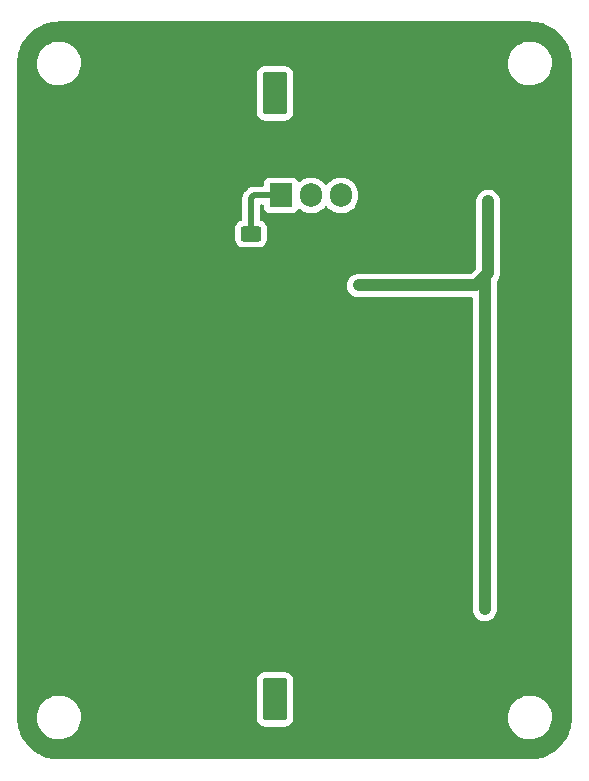
<source format=gbl>
%TF.GenerationSoftware,KiCad,Pcbnew,7.0.5*%
%TF.CreationDate,2024-02-24T22:07:36+07:00*%
%TF.ProjectId,CN13_Case,434e3133-5f43-4617-9365-2e6b69636164,rev?*%
%TF.SameCoordinates,Original*%
%TF.FileFunction,Copper,L2,Bot*%
%TF.FilePolarity,Positive*%
%FSLAX46Y46*%
G04 Gerber Fmt 4.6, Leading zero omitted, Abs format (unit mm)*
G04 Created by KiCad (PCBNEW 7.0.5) date 2024-02-24 22:07:36*
%MOMM*%
%LPD*%
G01*
G04 APERTURE LIST*
G04 Aperture macros list*
%AMRoundRect*
0 Rectangle with rounded corners*
0 $1 Rounding radius*
0 $2 $3 $4 $5 $6 $7 $8 $9 X,Y pos of 4 corners*
0 Add a 4 corners polygon primitive as box body*
4,1,4,$2,$3,$4,$5,$6,$7,$8,$9,$2,$3,0*
0 Add four circle primitives for the rounded corners*
1,1,$1+$1,$2,$3*
1,1,$1+$1,$4,$5*
1,1,$1+$1,$6,$7*
1,1,$1+$1,$8,$9*
0 Add four rect primitives between the rounded corners*
20,1,$1+$1,$2,$3,$4,$5,0*
20,1,$1+$1,$4,$5,$6,$7,0*
20,1,$1+$1,$6,$7,$8,$9,0*
20,1,$1+$1,$8,$9,$2,$3,0*%
G04 Aperture macros list end*
%TA.AperFunction,SMDPad,CuDef*%
%ADD10RoundRect,0.250000X-0.625000X0.400000X-0.625000X-0.400000X0.625000X-0.400000X0.625000X0.400000X0*%
%TD*%
%TA.AperFunction,ComponentPad*%
%ADD11O,1.905000X2.000000*%
%TD*%
%TA.AperFunction,ComponentPad*%
%ADD12R,1.905000X2.000000*%
%TD*%
%TA.AperFunction,ComponentPad*%
%ADD13O,2.100000X3.600000*%
%TD*%
%TA.AperFunction,ComponentPad*%
%ADD14RoundRect,0.250001X-0.799999X-1.549999X0.799999X-1.549999X0.799999X1.549999X-0.799999X1.549999X0*%
%TD*%
%TA.AperFunction,ViaPad*%
%ADD15C,0.800000*%
%TD*%
%TA.AperFunction,ViaPad*%
%ADD16C,0.700000*%
%TD*%
%TA.AperFunction,Conductor*%
%ADD17C,1.000000*%
%TD*%
%TA.AperFunction,Conductor*%
%ADD18C,0.500000*%
%TD*%
G04 APERTURE END LIST*
D10*
%TO.P,R1,1*%
%TO.N,Net-(Q1-G)*%
X117348000Y-106882000D03*
%TO.P,R1,2*%
%TO.N,GND*%
X117348000Y-109982000D03*
%TD*%
D11*
%TO.P,Q1,3,S*%
%TO.N,/S_+12V*%
X124968000Y-103632000D03*
%TO.P,Q1,2,D*%
%TO.N,+12V*%
X122428000Y-103632000D03*
D12*
%TO.P,Q1,1,G*%
%TO.N,Net-(Q1-G)*%
X119888000Y-103632000D03*
%TD*%
D13*
%TO.P,J2,2,Pin_2*%
%TO.N,GND*%
X127000000Y-146304000D03*
D14*
%TO.P,J2,1,Pin_1*%
%TO.N,+5V*%
X119380000Y-146304000D03*
%TD*%
%TO.P,J1,1,Pin_1*%
%TO.N,+12V*%
X119380000Y-94996000D03*
D13*
%TO.P,J1,2,Pin_2*%
%TO.N,GND*%
X127000000Y-94996000D03*
%TD*%
D15*
%TO.N,GND*%
X139446000Y-117602000D03*
X134620000Y-117602000D03*
X133350000Y-117602000D03*
X140208000Y-116586000D03*
X138684000Y-116586000D03*
X135128000Y-116586000D03*
X132588000Y-116586000D03*
X133858000Y-116586000D03*
X133096000Y-115570000D03*
X134620000Y-115570000D03*
X139446000Y-115570000D03*
X139954000Y-114554000D03*
X138684000Y-114554000D03*
X135128000Y-114554000D03*
X133858000Y-114554000D03*
X132588000Y-114554000D03*
D16*
X126492000Y-117856000D03*
D15*
X112268000Y-150368000D03*
X111506000Y-138684000D03*
X125476000Y-138684000D03*
X106426000Y-112522000D03*
%TO.N,Net-(U1-OUT)*%
X137160000Y-138684000D03*
X137414000Y-104140000D03*
X126492000Y-111252000D03*
%TD*%
D17*
%TO.N,Net-(U1-OUT)*%
X137160000Y-138684000D02*
X137160000Y-110490000D01*
X137160000Y-110490000D02*
X137414000Y-110236000D01*
X137414000Y-110236000D02*
X137414000Y-104140000D01*
X136398000Y-111252000D02*
X137414000Y-110236000D01*
X126492000Y-111252000D02*
X136398000Y-111252000D01*
D18*
%TO.N,Net-(Q1-G)*%
X117348000Y-103886000D02*
X117602000Y-103632000D01*
X117348000Y-106882000D02*
X117348000Y-103886000D01*
X117602000Y-103632000D02*
X119888000Y-103632000D01*
%TD*%
%TA.AperFunction,Conductor*%
%TO.N,GND*%
G36*
X140971513Y-88900575D02*
G01*
X141009803Y-88902455D01*
X141122650Y-88907999D01*
X141322279Y-88918462D01*
X141328089Y-88919043D01*
X141499276Y-88944436D01*
X141678908Y-88972888D01*
X141684226Y-88973973D01*
X141795806Y-89001923D01*
X141855696Y-89016925D01*
X142028105Y-89063122D01*
X142032947Y-89064634D01*
X142200300Y-89124514D01*
X142201632Y-89125008D01*
X142366369Y-89188244D01*
X142370660Y-89190079D01*
X142426827Y-89216643D01*
X142532083Y-89266426D01*
X142533647Y-89267195D01*
X142690235Y-89346981D01*
X142693913Y-89349016D01*
X142831437Y-89431445D01*
X142847398Y-89441012D01*
X142849291Y-89442193D01*
X142996303Y-89537664D01*
X142999469Y-89539863D01*
X143143364Y-89646582D01*
X143145439Y-89648190D01*
X143281522Y-89758388D01*
X143284133Y-89760626D01*
X143416959Y-89881012D01*
X143419153Y-89883102D01*
X143542896Y-90006845D01*
X143544995Y-90009049D01*
X143665372Y-90141865D01*
X143667617Y-90144484D01*
X143777800Y-90280549D01*
X143779416Y-90282634D01*
X143886135Y-90426529D01*
X143888334Y-90429695D01*
X143983805Y-90576707D01*
X143984986Y-90578600D01*
X144009996Y-90620325D01*
X144076971Y-90732066D01*
X144079023Y-90735774D01*
X144158797Y-90892339D01*
X144159603Y-90893978D01*
X144235919Y-91055338D01*
X144237754Y-91059629D01*
X144300990Y-91224366D01*
X144301484Y-91225698D01*
X144361364Y-91393051D01*
X144362876Y-91397893D01*
X144409073Y-91570302D01*
X144452022Y-91741760D01*
X144453117Y-91747125D01*
X144481575Y-91926803D01*
X144506952Y-92097884D01*
X144507538Y-92103739D01*
X144517988Y-92303145D01*
X144517912Y-92303148D01*
X144518010Y-92303549D01*
X144525425Y-92454487D01*
X144525500Y-92457530D01*
X144525500Y-147826469D01*
X144525425Y-147829512D01*
X144518003Y-147980583D01*
X144507538Y-148180259D01*
X144506952Y-148186114D01*
X144481568Y-148357245D01*
X144453118Y-148536869D01*
X144452022Y-148542238D01*
X144409073Y-148713696D01*
X144362876Y-148886105D01*
X144361364Y-148890947D01*
X144301484Y-149058300D01*
X144300990Y-149059632D01*
X144237754Y-149224369D01*
X144235919Y-149228660D01*
X144159603Y-149390020D01*
X144158797Y-149391659D01*
X144079023Y-149548224D01*
X144076960Y-149551952D01*
X143984986Y-149705398D01*
X143983805Y-149707291D01*
X143888334Y-149854303D01*
X143886135Y-149857469D01*
X143779416Y-150001364D01*
X143777800Y-150003449D01*
X143667617Y-150139514D01*
X143665372Y-150142133D01*
X143544995Y-150274949D01*
X143542896Y-150277153D01*
X143419153Y-150400896D01*
X143416949Y-150402995D01*
X143284133Y-150523372D01*
X143281514Y-150525617D01*
X143145449Y-150635800D01*
X143143364Y-150637416D01*
X142999469Y-150744135D01*
X142996303Y-150746334D01*
X142849291Y-150841805D01*
X142847398Y-150842986D01*
X142693952Y-150934960D01*
X142690224Y-150937023D01*
X142533659Y-151016797D01*
X142532020Y-151017603D01*
X142370660Y-151093919D01*
X142366369Y-151095754D01*
X142201632Y-151158990D01*
X142200300Y-151159484D01*
X142032947Y-151219364D01*
X142028105Y-151220876D01*
X141855696Y-151267073D01*
X141684238Y-151310022D01*
X141678869Y-151311118D01*
X141591275Y-151324991D01*
X141499226Y-151339570D01*
X141328114Y-151364952D01*
X141322259Y-151365538D01*
X141122583Y-151376003D01*
X140971513Y-151383425D01*
X140968470Y-151383500D01*
X101093530Y-151383500D01*
X101090487Y-151383425D01*
X100939415Y-151376003D01*
X100739739Y-151365538D01*
X100733884Y-151364952D01*
X100562803Y-151339575D01*
X100383125Y-151311117D01*
X100377760Y-151310022D01*
X100206302Y-151267073D01*
X100033893Y-151220876D01*
X100029051Y-151219364D01*
X99861698Y-151159484D01*
X99860366Y-151158990D01*
X99695629Y-151095754D01*
X99691338Y-151093919D01*
X99529978Y-151017603D01*
X99528339Y-151016797D01*
X99371774Y-150937023D01*
X99368066Y-150934971D01*
X99280008Y-150882191D01*
X99214600Y-150842986D01*
X99212707Y-150841805D01*
X99065695Y-150746334D01*
X99062529Y-150744135D01*
X98918634Y-150637416D01*
X98916549Y-150635800D01*
X98780484Y-150525617D01*
X98777865Y-150523372D01*
X98645049Y-150402995D01*
X98642845Y-150400896D01*
X98519102Y-150277153D01*
X98517003Y-150274949D01*
X98396626Y-150142133D01*
X98394381Y-150139514D01*
X98284198Y-150003449D01*
X98282582Y-150001364D01*
X98175863Y-149857469D01*
X98173664Y-149854303D01*
X98078193Y-149707291D01*
X98077012Y-149705398D01*
X98052005Y-149663677D01*
X97985016Y-149551913D01*
X97982975Y-149548224D01*
X97903201Y-149391659D01*
X97902426Y-149390083D01*
X97852643Y-149284827D01*
X97826079Y-149228660D01*
X97824244Y-149224369D01*
X97761008Y-149059632D01*
X97760514Y-149058300D01*
X97700634Y-148890947D01*
X97699122Y-148886105D01*
X97652925Y-148713696D01*
X97612841Y-148553675D01*
X97609973Y-148542226D01*
X97608888Y-148536908D01*
X97580432Y-148357245D01*
X97555043Y-148186089D01*
X97554462Y-148180279D01*
X97543996Y-147980583D01*
X97539829Y-147895763D01*
X99237787Y-147895763D01*
X99267413Y-148165013D01*
X99267415Y-148165024D01*
X99335926Y-148427082D01*
X99335928Y-148427088D01*
X99441870Y-148676390D01*
X99452130Y-148693201D01*
X99582979Y-148907605D01*
X99582986Y-148907615D01*
X99756253Y-149115819D01*
X99756259Y-149115824D01*
X99957998Y-149296582D01*
X100183910Y-149446044D01*
X100429176Y-149561020D01*
X100429183Y-149561022D01*
X100429185Y-149561023D01*
X100688557Y-149639057D01*
X100688564Y-149639058D01*
X100688569Y-149639060D01*
X100956561Y-149678500D01*
X100956566Y-149678500D01*
X101159629Y-149678500D01*
X101159631Y-149678500D01*
X101159636Y-149678499D01*
X101159648Y-149678499D01*
X101197191Y-149675750D01*
X101362156Y-149663677D01*
X101474758Y-149638593D01*
X101626546Y-149604782D01*
X101626548Y-149604781D01*
X101626553Y-149604780D01*
X101879558Y-149508014D01*
X102115777Y-149375441D01*
X102330177Y-149209888D01*
X102518186Y-149014881D01*
X102675799Y-148794579D01*
X102778925Y-148593998D01*
X102799649Y-148553690D01*
X102799651Y-148553684D01*
X102799656Y-148553675D01*
X102887118Y-148297305D01*
X102936319Y-148030933D01*
X102940957Y-147904015D01*
X117829500Y-147904015D01*
X117840000Y-148006795D01*
X117840001Y-148006796D01*
X117895186Y-148173335D01*
X117895187Y-148173337D01*
X117987286Y-148322651D01*
X117987289Y-148322655D01*
X118111344Y-148446710D01*
X118111348Y-148446713D01*
X118260662Y-148538812D01*
X118260664Y-148538813D01*
X118260666Y-148538814D01*
X118427203Y-148593999D01*
X118529992Y-148604500D01*
X118529997Y-148604500D01*
X120230003Y-148604500D01*
X120230008Y-148604500D01*
X120332797Y-148593999D01*
X120499334Y-148538814D01*
X120648655Y-148446711D01*
X120772711Y-148322655D01*
X120864814Y-148173334D01*
X120919999Y-148006797D01*
X120930500Y-147904008D01*
X120930500Y-147895763D01*
X139115787Y-147895763D01*
X139145413Y-148165013D01*
X139145415Y-148165024D01*
X139213926Y-148427082D01*
X139213928Y-148427088D01*
X139319870Y-148676390D01*
X139330130Y-148693201D01*
X139460979Y-148907605D01*
X139460986Y-148907615D01*
X139634253Y-149115819D01*
X139634259Y-149115824D01*
X139835998Y-149296582D01*
X140061910Y-149446044D01*
X140307176Y-149561020D01*
X140307183Y-149561022D01*
X140307185Y-149561023D01*
X140566557Y-149639057D01*
X140566564Y-149639058D01*
X140566569Y-149639060D01*
X140834561Y-149678500D01*
X140834566Y-149678500D01*
X141037629Y-149678500D01*
X141037631Y-149678500D01*
X141037636Y-149678499D01*
X141037648Y-149678499D01*
X141075191Y-149675750D01*
X141240156Y-149663677D01*
X141352758Y-149638593D01*
X141504546Y-149604782D01*
X141504548Y-149604781D01*
X141504553Y-149604780D01*
X141757558Y-149508014D01*
X141993777Y-149375441D01*
X142208177Y-149209888D01*
X142396186Y-149014881D01*
X142553799Y-148794579D01*
X142656925Y-148593998D01*
X142677649Y-148553690D01*
X142677651Y-148553684D01*
X142677656Y-148553675D01*
X142765118Y-148297305D01*
X142814319Y-148030933D01*
X142824212Y-147760235D01*
X142794586Y-147490982D01*
X142726072Y-147228912D01*
X142620130Y-146979610D01*
X142479018Y-146748390D01*
X142389747Y-146641119D01*
X142305746Y-146540180D01*
X142305740Y-146540175D01*
X142104002Y-146359418D01*
X141878092Y-146209957D01*
X141878090Y-146209956D01*
X141632824Y-146094980D01*
X141632819Y-146094978D01*
X141632814Y-146094976D01*
X141373442Y-146016942D01*
X141373428Y-146016939D01*
X141257791Y-145999921D01*
X141105439Y-145977500D01*
X140902369Y-145977500D01*
X140902351Y-145977500D01*
X140699844Y-145992323D01*
X140699831Y-145992325D01*
X140435453Y-146051217D01*
X140435446Y-146051220D01*
X140182439Y-146147987D01*
X139946226Y-146280557D01*
X139731822Y-146446112D01*
X139543822Y-146641109D01*
X139543816Y-146641116D01*
X139386202Y-146861419D01*
X139386199Y-146861424D01*
X139262350Y-147102309D01*
X139262343Y-147102327D01*
X139174884Y-147358685D01*
X139174881Y-147358699D01*
X139125681Y-147625068D01*
X139125680Y-147625075D01*
X139115787Y-147895763D01*
X120930500Y-147895763D01*
X120930500Y-144703992D01*
X120919999Y-144601203D01*
X120864814Y-144434666D01*
X120772711Y-144285345D01*
X120648655Y-144161289D01*
X120648651Y-144161286D01*
X120499337Y-144069187D01*
X120499335Y-144069186D01*
X120416065Y-144041593D01*
X120332797Y-144014001D01*
X120332795Y-144014000D01*
X120230015Y-144003500D01*
X120230008Y-144003500D01*
X118529992Y-144003500D01*
X118529984Y-144003500D01*
X118427204Y-144014000D01*
X118427203Y-144014001D01*
X118260664Y-144069186D01*
X118260662Y-144069187D01*
X118111348Y-144161286D01*
X118111344Y-144161289D01*
X117987289Y-144285344D01*
X117987286Y-144285348D01*
X117895187Y-144434662D01*
X117895186Y-144434664D01*
X117840001Y-144601203D01*
X117840000Y-144601204D01*
X117829500Y-144703984D01*
X117829500Y-147904015D01*
X102940957Y-147904015D01*
X102946212Y-147760235D01*
X102916586Y-147490982D01*
X102848072Y-147228912D01*
X102742130Y-146979610D01*
X102601018Y-146748390D01*
X102511747Y-146641119D01*
X102427746Y-146540180D01*
X102427740Y-146540175D01*
X102226002Y-146359418D01*
X102000092Y-146209957D01*
X102000090Y-146209956D01*
X101754824Y-146094980D01*
X101754819Y-146094978D01*
X101754814Y-146094976D01*
X101495442Y-146016942D01*
X101495428Y-146016939D01*
X101379791Y-145999921D01*
X101227439Y-145977500D01*
X101024369Y-145977500D01*
X101024351Y-145977500D01*
X100821844Y-145992323D01*
X100821831Y-145992325D01*
X100557453Y-146051217D01*
X100557446Y-146051220D01*
X100304439Y-146147987D01*
X100068226Y-146280557D01*
X99853822Y-146446112D01*
X99665822Y-146641109D01*
X99665816Y-146641116D01*
X99508202Y-146861419D01*
X99508199Y-146861424D01*
X99384350Y-147102309D01*
X99384343Y-147102327D01*
X99296884Y-147358685D01*
X99296881Y-147358699D01*
X99247681Y-147625068D01*
X99247680Y-147625075D01*
X99237787Y-147895763D01*
X97539829Y-147895763D01*
X97538455Y-147867803D01*
X97536575Y-147829513D01*
X97536500Y-147826471D01*
X97536500Y-111302936D01*
X125487631Y-111302936D01*
X125518442Y-111504063D01*
X125518445Y-111504075D01*
X125589111Y-111694881D01*
X125589115Y-111694888D01*
X125696745Y-111867567D01*
X125696747Y-111867569D01*
X125696748Y-111867571D01*
X125836941Y-112015053D01*
X125965344Y-112104424D01*
X126003949Y-112131294D01*
X126003950Y-112131294D01*
X126003951Y-112131295D01*
X126190942Y-112211540D01*
X126390259Y-112252500D01*
X136035500Y-112252500D01*
X136102539Y-112272185D01*
X136148294Y-112324989D01*
X136159500Y-112376500D01*
X136159500Y-138734743D01*
X136174925Y-138886439D01*
X136235837Y-139080579D01*
X136235844Y-139080594D01*
X136334589Y-139258499D01*
X136334592Y-139258504D01*
X136467132Y-139412893D01*
X136467134Y-139412895D01*
X136628037Y-139537445D01*
X136628038Y-139537445D01*
X136628042Y-139537448D01*
X136810729Y-139627060D01*
X137007715Y-139678063D01*
X137210936Y-139688369D01*
X137412071Y-139657556D01*
X137602887Y-139586886D01*
X137775571Y-139479252D01*
X137923053Y-139339059D01*
X138039295Y-139172049D01*
X138119540Y-138985058D01*
X138160500Y-138785741D01*
X138160500Y-110953745D01*
X138180185Y-110886707D01*
X138182706Y-110882935D01*
X138212103Y-110840699D01*
X138214929Y-110836950D01*
X138253698Y-110789407D01*
X138269601Y-110758960D01*
X138273674Y-110752239D01*
X138278489Y-110745320D01*
X138293295Y-110724049D01*
X138317492Y-110667660D01*
X138319498Y-110663435D01*
X138347909Y-110609049D01*
X138356475Y-110579112D01*
X138357358Y-110576027D01*
X138359993Y-110568624D01*
X138373540Y-110537058D01*
X138385893Y-110476940D01*
X138387006Y-110472412D01*
X138403887Y-110413418D01*
X138406495Y-110379155D01*
X138407587Y-110371376D01*
X138414500Y-110337739D01*
X138414500Y-110276401D01*
X138414679Y-110271692D01*
X138419337Y-110210526D01*
X138414997Y-110176442D01*
X138414500Y-110168603D01*
X138414500Y-104089256D01*
X138399074Y-103937560D01*
X138338162Y-103743420D01*
X138338160Y-103743416D01*
X138338159Y-103743412D01*
X138239409Y-103565498D01*
X138239408Y-103565497D01*
X138239407Y-103565495D01*
X138106867Y-103411106D01*
X138106865Y-103411104D01*
X137945962Y-103286554D01*
X137945959Y-103286553D01*
X137945958Y-103286552D01*
X137763271Y-103196940D01*
X137566285Y-103145937D01*
X137566287Y-103145937D01*
X137430804Y-103139066D01*
X137363064Y-103135631D01*
X137363063Y-103135631D01*
X137363061Y-103135631D01*
X137161936Y-103166442D01*
X137161924Y-103166445D01*
X136971118Y-103237111D01*
X136971111Y-103237115D01*
X136798432Y-103344745D01*
X136798427Y-103344749D01*
X136650949Y-103484938D01*
X136650947Y-103484940D01*
X136650947Y-103484941D01*
X136647897Y-103489323D01*
X136534705Y-103651949D01*
X136454459Y-103838943D01*
X136413500Y-104038258D01*
X136413500Y-109770216D01*
X136393815Y-109837255D01*
X136377181Y-109857897D01*
X136019899Y-110215181D01*
X135958576Y-110248666D01*
X135932218Y-110251500D01*
X126441257Y-110251500D01*
X126289560Y-110266925D01*
X126095420Y-110327837D01*
X126095405Y-110327844D01*
X125917500Y-110426589D01*
X125917495Y-110426592D01*
X125763106Y-110559132D01*
X125763104Y-110559134D01*
X125638554Y-110720037D01*
X125638553Y-110720040D01*
X125548940Y-110902728D01*
X125497937Y-111099714D01*
X125487631Y-111302936D01*
X97536500Y-111302936D01*
X97536500Y-107332001D01*
X115972500Y-107332001D01*
X115972501Y-107332019D01*
X115983000Y-107434796D01*
X115983001Y-107434799D01*
X116038185Y-107601331D01*
X116038186Y-107601334D01*
X116130288Y-107750656D01*
X116254344Y-107874712D01*
X116403666Y-107966814D01*
X116570203Y-108021999D01*
X116672991Y-108032500D01*
X118023008Y-108032499D01*
X118125797Y-108021999D01*
X118292334Y-107966814D01*
X118441656Y-107874712D01*
X118565712Y-107750656D01*
X118657814Y-107601334D01*
X118712999Y-107434797D01*
X118723500Y-107332009D01*
X118723499Y-106431992D01*
X118712999Y-106329203D01*
X118657814Y-106162666D01*
X118565712Y-106013344D01*
X118441656Y-105889288D01*
X118292334Y-105797186D01*
X118231301Y-105776961D01*
X118183495Y-105761120D01*
X118126050Y-105721347D01*
X118099228Y-105656831D01*
X118098500Y-105643414D01*
X118098500Y-104506500D01*
X118118185Y-104439461D01*
X118170989Y-104393706D01*
X118222500Y-104382500D01*
X118311001Y-104382500D01*
X118378040Y-104402185D01*
X118423795Y-104454989D01*
X118435001Y-104506500D01*
X118435001Y-104679876D01*
X118441408Y-104739483D01*
X118491702Y-104874328D01*
X118491706Y-104874335D01*
X118577952Y-104989544D01*
X118577955Y-104989547D01*
X118693164Y-105075793D01*
X118693171Y-105075797D01*
X118828017Y-105126091D01*
X118828016Y-105126091D01*
X118834944Y-105126835D01*
X118887627Y-105132500D01*
X120888372Y-105132499D01*
X120947983Y-105126091D01*
X121082831Y-105075796D01*
X121198046Y-104989546D01*
X121284296Y-104874331D01*
X121295725Y-104843687D01*
X121337594Y-104787755D01*
X121403058Y-104763336D01*
X121471331Y-104778186D01*
X121488069Y-104789167D01*
X121630552Y-104900066D01*
X121630558Y-104900070D01*
X121630561Y-104900072D01*
X121842336Y-105014679D01*
X121960598Y-105055278D01*
X122070083Y-105092865D01*
X122070085Y-105092865D01*
X122070087Y-105092866D01*
X122307601Y-105132500D01*
X122307602Y-105132500D01*
X122548398Y-105132500D01*
X122548399Y-105132500D01*
X122785913Y-105092866D01*
X123013664Y-105014679D01*
X123225439Y-104900072D01*
X123415463Y-104752171D01*
X123578551Y-104575010D01*
X123594190Y-104551071D01*
X123647336Y-104505714D01*
X123716567Y-104496290D01*
X123779904Y-104525791D01*
X123801808Y-104551070D01*
X123817449Y-104575010D01*
X123980537Y-104752171D01*
X124170561Y-104900072D01*
X124382336Y-105014679D01*
X124500598Y-105055278D01*
X124610083Y-105092865D01*
X124610085Y-105092865D01*
X124610087Y-105092866D01*
X124847601Y-105132500D01*
X124847602Y-105132500D01*
X125088398Y-105132500D01*
X125088399Y-105132500D01*
X125325913Y-105092866D01*
X125553664Y-105014679D01*
X125765439Y-104900072D01*
X125955463Y-104752171D01*
X126118551Y-104575010D01*
X126250255Y-104373422D01*
X126346983Y-104152905D01*
X126406095Y-103919476D01*
X126421000Y-103739600D01*
X126421000Y-103524400D01*
X126406095Y-103344524D01*
X126346983Y-103111095D01*
X126250255Y-102890578D01*
X126118551Y-102688990D01*
X125955463Y-102511829D01*
X125821358Y-102407451D01*
X125765441Y-102363929D01*
X125553665Y-102249321D01*
X125553656Y-102249318D01*
X125325916Y-102171134D01*
X125126800Y-102137908D01*
X125088399Y-102131500D01*
X124847601Y-102131500D01*
X124809200Y-102137908D01*
X124610083Y-102171134D01*
X124382343Y-102249318D01*
X124382334Y-102249321D01*
X124170558Y-102363929D01*
X124036456Y-102468305D01*
X123980537Y-102511829D01*
X123817449Y-102688990D01*
X123801808Y-102712931D01*
X123748661Y-102758287D01*
X123679430Y-102767710D01*
X123616094Y-102738207D01*
X123594192Y-102712931D01*
X123578551Y-102688990D01*
X123415463Y-102511829D01*
X123281358Y-102407451D01*
X123225441Y-102363929D01*
X123013665Y-102249321D01*
X123013656Y-102249318D01*
X122785916Y-102171134D01*
X122586800Y-102137908D01*
X122548399Y-102131500D01*
X122307601Y-102131500D01*
X122269200Y-102137908D01*
X122070083Y-102171134D01*
X121842343Y-102249318D01*
X121842334Y-102249321D01*
X121630559Y-102363929D01*
X121488069Y-102474833D01*
X121423075Y-102500475D01*
X121354535Y-102486908D01*
X121304210Y-102438440D01*
X121295725Y-102420311D01*
X121284298Y-102389673D01*
X121284293Y-102389664D01*
X121198047Y-102274455D01*
X121198044Y-102274452D01*
X121082835Y-102188206D01*
X121082828Y-102188202D01*
X120947982Y-102137908D01*
X120947983Y-102137908D01*
X120888383Y-102131501D01*
X120888381Y-102131500D01*
X120888373Y-102131500D01*
X120888364Y-102131500D01*
X118887629Y-102131500D01*
X118887623Y-102131501D01*
X118828016Y-102137908D01*
X118693171Y-102188202D01*
X118693164Y-102188206D01*
X118577955Y-102274452D01*
X118577952Y-102274455D01*
X118491706Y-102389664D01*
X118491702Y-102389671D01*
X118441408Y-102524517D01*
X118435001Y-102584116D01*
X118435000Y-102584135D01*
X118435000Y-102757500D01*
X118415315Y-102824539D01*
X118362511Y-102870294D01*
X118311000Y-102881500D01*
X117665705Y-102881500D01*
X117647735Y-102880191D01*
X117623972Y-102876710D01*
X117578890Y-102880655D01*
X117571933Y-102881264D01*
X117566532Y-102881500D01*
X117558281Y-102881500D01*
X117526594Y-102885203D01*
X117524802Y-102885386D01*
X117449201Y-102892001D01*
X117442134Y-102893461D01*
X117442122Y-102893404D01*
X117434753Y-102895038D01*
X117434767Y-102895095D01*
X117427743Y-102896759D01*
X117356398Y-102922725D01*
X117354697Y-102923316D01*
X117282660Y-102947187D01*
X117276123Y-102950236D01*
X117276098Y-102950184D01*
X117269310Y-102953470D01*
X117269336Y-102953521D01*
X117262884Y-102956761D01*
X117199483Y-102998460D01*
X117197963Y-102999429D01*
X117133347Y-103039285D01*
X117127682Y-103043765D01*
X117127646Y-103043719D01*
X117121798Y-103048484D01*
X117121835Y-103048528D01*
X117116309Y-103053164D01*
X117064229Y-103108364D01*
X117062974Y-103109657D01*
X116862358Y-103310272D01*
X116848729Y-103322051D01*
X116829468Y-103336390D01*
X116795898Y-103376397D01*
X116792253Y-103380376D01*
X116786407Y-103386223D01*
X116766618Y-103411251D01*
X116765481Y-103412647D01*
X116716694Y-103470790D01*
X116712729Y-103476819D01*
X116712682Y-103476788D01*
X116708630Y-103483147D01*
X116708679Y-103483177D01*
X116704889Y-103489321D01*
X116672812Y-103558110D01*
X116672027Y-103559731D01*
X116637957Y-103627572D01*
X116635488Y-103634357D01*
X116635432Y-103634336D01*
X116632960Y-103641450D01*
X116633015Y-103641469D01*
X116630743Y-103648325D01*
X116615391Y-103722670D01*
X116615001Y-103724428D01*
X116597499Y-103798279D01*
X116596661Y-103805454D01*
X116596601Y-103805447D01*
X116595835Y-103812945D01*
X116595895Y-103812951D01*
X116595265Y-103820141D01*
X116597473Y-103896031D01*
X116597499Y-103897834D01*
X116597499Y-105643415D01*
X116577814Y-105710454D01*
X116525010Y-105756209D01*
X116512503Y-105761121D01*
X116403668Y-105797185D01*
X116403663Y-105797187D01*
X116254342Y-105889289D01*
X116130289Y-106013342D01*
X116038187Y-106162663D01*
X116038185Y-106162666D01*
X116038186Y-106162666D01*
X115983001Y-106329203D01*
X115983001Y-106329204D01*
X115983000Y-106329204D01*
X115972500Y-106431983D01*
X115972500Y-107332001D01*
X97536500Y-107332001D01*
X97536500Y-96596015D01*
X117829500Y-96596015D01*
X117840000Y-96698795D01*
X117840001Y-96698796D01*
X117895186Y-96865335D01*
X117895187Y-96865337D01*
X117987286Y-97014651D01*
X117987289Y-97014655D01*
X118111344Y-97138710D01*
X118111348Y-97138713D01*
X118260662Y-97230812D01*
X118260664Y-97230813D01*
X118260666Y-97230814D01*
X118427203Y-97285999D01*
X118529992Y-97296500D01*
X118529997Y-97296500D01*
X120230003Y-97296500D01*
X120230008Y-97296500D01*
X120332797Y-97285999D01*
X120499334Y-97230814D01*
X120648655Y-97138711D01*
X120772711Y-97014655D01*
X120864814Y-96865334D01*
X120919999Y-96698797D01*
X120930500Y-96596008D01*
X120930500Y-93395992D01*
X120919999Y-93293203D01*
X120864814Y-93126666D01*
X120772711Y-92977345D01*
X120648655Y-92853289D01*
X120648651Y-92853286D01*
X120499337Y-92761187D01*
X120499335Y-92761186D01*
X120416065Y-92733593D01*
X120332797Y-92706001D01*
X120332795Y-92706000D01*
X120230015Y-92695500D01*
X120230008Y-92695500D01*
X118529992Y-92695500D01*
X118529984Y-92695500D01*
X118427204Y-92706000D01*
X118427203Y-92706001D01*
X118260664Y-92761186D01*
X118260662Y-92761187D01*
X118111348Y-92853286D01*
X118111344Y-92853289D01*
X117987289Y-92977344D01*
X117987286Y-92977348D01*
X117895187Y-93126662D01*
X117895186Y-93126664D01*
X117840001Y-93293203D01*
X117840000Y-93293204D01*
X117829500Y-93395984D01*
X117829500Y-96596015D01*
X97536500Y-96596015D01*
X97536500Y-92523763D01*
X99237787Y-92523763D01*
X99267413Y-92793013D01*
X99267415Y-92793024D01*
X99315603Y-92977344D01*
X99335928Y-93055088D01*
X99441870Y-93304390D01*
X99497774Y-93395992D01*
X99582979Y-93535605D01*
X99582986Y-93535615D01*
X99756253Y-93743819D01*
X99756259Y-93743824D01*
X99957998Y-93924582D01*
X100183910Y-94074044D01*
X100429176Y-94189020D01*
X100429183Y-94189022D01*
X100429185Y-94189023D01*
X100688557Y-94267057D01*
X100688564Y-94267058D01*
X100688569Y-94267060D01*
X100956561Y-94306500D01*
X100956566Y-94306500D01*
X101159629Y-94306500D01*
X101159631Y-94306500D01*
X101159636Y-94306499D01*
X101159648Y-94306499D01*
X101197191Y-94303750D01*
X101362156Y-94291677D01*
X101474758Y-94266593D01*
X101626546Y-94232782D01*
X101626548Y-94232781D01*
X101626553Y-94232780D01*
X101879558Y-94136014D01*
X102115777Y-94003441D01*
X102330177Y-93837888D01*
X102518186Y-93642881D01*
X102675799Y-93422579D01*
X102749787Y-93278669D01*
X102799649Y-93181690D01*
X102799651Y-93181684D01*
X102799656Y-93181675D01*
X102887118Y-92925305D01*
X102936319Y-92658933D01*
X102941259Y-92523763D01*
X139115787Y-92523763D01*
X139145413Y-92793013D01*
X139145415Y-92793024D01*
X139193603Y-92977344D01*
X139213928Y-93055088D01*
X139319870Y-93304390D01*
X139375774Y-93395992D01*
X139460979Y-93535605D01*
X139460986Y-93535615D01*
X139634253Y-93743819D01*
X139634259Y-93743824D01*
X139835998Y-93924582D01*
X140061910Y-94074044D01*
X140307176Y-94189020D01*
X140307183Y-94189022D01*
X140307185Y-94189023D01*
X140566557Y-94267057D01*
X140566564Y-94267058D01*
X140566569Y-94267060D01*
X140834561Y-94306500D01*
X140834566Y-94306500D01*
X141037629Y-94306500D01*
X141037631Y-94306500D01*
X141037636Y-94306499D01*
X141037648Y-94306499D01*
X141075191Y-94303750D01*
X141240156Y-94291677D01*
X141352758Y-94266593D01*
X141504546Y-94232782D01*
X141504548Y-94232781D01*
X141504553Y-94232780D01*
X141757558Y-94136014D01*
X141993777Y-94003441D01*
X142208177Y-93837888D01*
X142396186Y-93642881D01*
X142553799Y-93422579D01*
X142627787Y-93278669D01*
X142677649Y-93181690D01*
X142677651Y-93181684D01*
X142677656Y-93181675D01*
X142765118Y-92925305D01*
X142814319Y-92658933D01*
X142824212Y-92388235D01*
X142794586Y-92118982D01*
X142726072Y-91856912D01*
X142620130Y-91607610D01*
X142479018Y-91376390D01*
X142389747Y-91269119D01*
X142305746Y-91168180D01*
X142305740Y-91168175D01*
X142104002Y-90987418D01*
X141878092Y-90837957D01*
X141878090Y-90837956D01*
X141632824Y-90722980D01*
X141632819Y-90722978D01*
X141632814Y-90722976D01*
X141373442Y-90644942D01*
X141373428Y-90644939D01*
X141240583Y-90625389D01*
X141105439Y-90605500D01*
X140902369Y-90605500D01*
X140902351Y-90605500D01*
X140699844Y-90620323D01*
X140699831Y-90620325D01*
X140435453Y-90679217D01*
X140435446Y-90679220D01*
X140182439Y-90775987D01*
X139946226Y-90908557D01*
X139731822Y-91074112D01*
X139543822Y-91269109D01*
X139543816Y-91269116D01*
X139386202Y-91489419D01*
X139386199Y-91489424D01*
X139262350Y-91730309D01*
X139262343Y-91730327D01*
X139174884Y-91986685D01*
X139174881Y-91986699D01*
X139125681Y-92253068D01*
X139125680Y-92253075D01*
X139115787Y-92523763D01*
X102941259Y-92523763D01*
X102946212Y-92388235D01*
X102916586Y-92118982D01*
X102848072Y-91856912D01*
X102742130Y-91607610D01*
X102601018Y-91376390D01*
X102511747Y-91269119D01*
X102427746Y-91168180D01*
X102427740Y-91168175D01*
X102226002Y-90987418D01*
X102000092Y-90837957D01*
X102000090Y-90837956D01*
X101754824Y-90722980D01*
X101754819Y-90722978D01*
X101754814Y-90722976D01*
X101495442Y-90644942D01*
X101495428Y-90644939D01*
X101362583Y-90625389D01*
X101227439Y-90605500D01*
X101024369Y-90605500D01*
X101024351Y-90605500D01*
X100821844Y-90620323D01*
X100821831Y-90620325D01*
X100557453Y-90679217D01*
X100557446Y-90679220D01*
X100304439Y-90775987D01*
X100068226Y-90908557D01*
X99853822Y-91074112D01*
X99665822Y-91269109D01*
X99665816Y-91269116D01*
X99508202Y-91489419D01*
X99508199Y-91489424D01*
X99384350Y-91730309D01*
X99384343Y-91730327D01*
X99296884Y-91986685D01*
X99296881Y-91986699D01*
X99247681Y-92253068D01*
X99247680Y-92253075D01*
X99237787Y-92523763D01*
X97536500Y-92523763D01*
X97536500Y-92457528D01*
X97536575Y-92454486D01*
X97540476Y-92375067D01*
X97543989Y-92303541D01*
X97554462Y-92103716D01*
X97555043Y-92097912D01*
X97580427Y-91926782D01*
X97608889Y-91747082D01*
X97609971Y-91741782D01*
X97652929Y-91570286D01*
X97699122Y-91397893D01*
X97700634Y-91393051D01*
X97706596Y-91376390D01*
X97760514Y-91225698D01*
X97761008Y-91224366D01*
X97782576Y-91168180D01*
X97824250Y-91059614D01*
X97826079Y-91055338D01*
X97902451Y-90893862D01*
X97903167Y-90892407D01*
X97982994Y-90735739D01*
X97985002Y-90732110D01*
X98077037Y-90578558D01*
X98078155Y-90576767D01*
X98173685Y-90429663D01*
X98175853Y-90426542D01*
X98282613Y-90282593D01*
X98284154Y-90280604D01*
X98394417Y-90144441D01*
X98396596Y-90141899D01*
X98517050Y-90008998D01*
X98519062Y-90006886D01*
X98642886Y-89883062D01*
X98644998Y-89881050D01*
X98777899Y-89760596D01*
X98780441Y-89758417D01*
X98916604Y-89648154D01*
X98918593Y-89646613D01*
X99062542Y-89539853D01*
X99065663Y-89537685D01*
X99212767Y-89442155D01*
X99214558Y-89441037D01*
X99368110Y-89349002D01*
X99371739Y-89346994D01*
X99528407Y-89267167D01*
X99529862Y-89266451D01*
X99691344Y-89190076D01*
X99695614Y-89188250D01*
X99860394Y-89124997D01*
X99861698Y-89124514D01*
X99920819Y-89103360D01*
X100029059Y-89064631D01*
X100033889Y-89063123D01*
X100206283Y-89016929D01*
X100377782Y-88973971D01*
X100383082Y-88972889D01*
X100562782Y-88944427D01*
X100733914Y-88919042D01*
X100739716Y-88918462D01*
X100939507Y-88907991D01*
X101044842Y-88902816D01*
X101090487Y-88900575D01*
X101093529Y-88900500D01*
X140968471Y-88900500D01*
X140971513Y-88900575D01*
G37*
%TD.AperFunction*%
%TD*%
M02*

</source>
